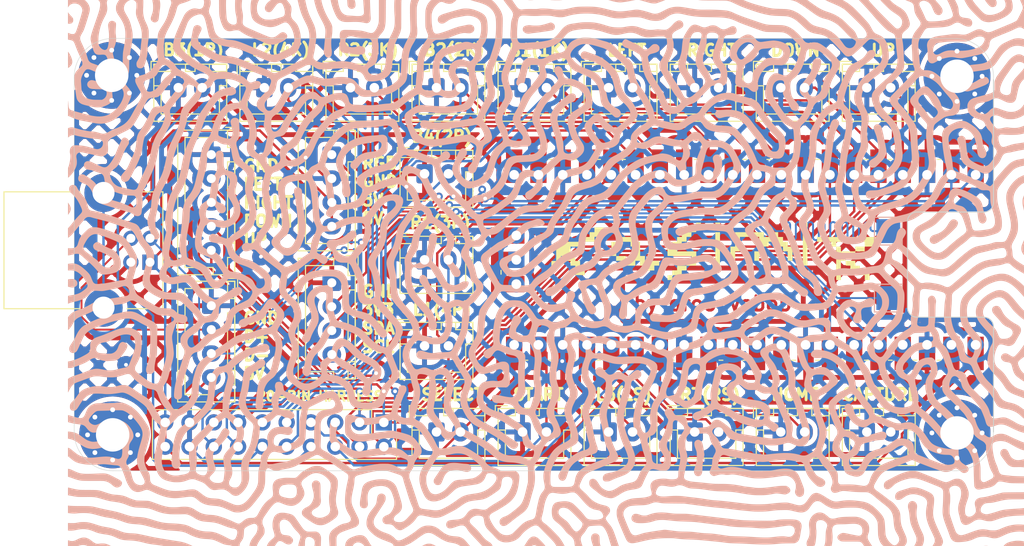
<source format=kicad_pcb>
(kicad_pcb (version 20221018) (generator pcbnew)
  (layers (0 "F.Cu" signal) (31 "B.Cu" signal) (34 "B.Paste" user) (35 "F.Paste" user) (36 "B.SilkS" user "B.Silkscreen") (37 "F.SilkS" user "F.Silkscreen") (38 "B.Mask" user) (39 "F.Mask" user) (44 "Edge.Cuts" user))
  (net 0 "")
  (net 1 "LEFT")
  (net 2 "GND")
  (net 3 "UP")
  (net 4 "DOWN")
  (net 5 "RIGHT")
  (net 6 "B3 (1P)")
  (net 7 "B1 (1K)")
  (net 8 "R1 (3P)")
  (net 9 "R2 (3K)")
  (net 10 "L1 (4P)")
  (net 11 "L2 (4K)")
  (net 12 "S1 (SELECT)")
  (net 13 "S2 (START)")
  (net 14 "B2 (2K)")
  (net 15 "B4 (2P)")
  (net 16 "(HOME) A1")
  (net 17 "(LS) L3")
  (net 18 "(RS) R3")
  (net 19 "TURBO")
  (net 20 "RGB LED")
  (net 21 "(CAPTURE{slash}TP) A2")
  (net 22 "TURBOLED")
  (net 23 "D-")
  (net 24 "D+")
  (net 27 "RS TOGGLE")
  (net 28 "LS TOGGLE")
  (net 30 "unconnected-(J4-Shield-Pad5)")
  (net 33 "5V")
  (net 37 "SDA")
  (net 38 "SCL")
  (net 39 "3V")
  (footprint "Connector_JST:JST_XH_B4B-XH-A_1x04_P2.50mm_Vertical" (layer "F.Cu") (at 126.8 124 -90)
    (fp_text reference "J6" hide)
    (fp_text value "Conn_01x04_Female")
  )
  (footprint "Connector_JST:JST_XH_B4B-XH-A_1x04_P2.50mm_Vertical" (layer "F.Cu") (at 126.8 137.4 -90)
    (fp_text reference "J3" hide)
    (fp_text value "Conn_01x04_Female")
  )
  (footprint "BeiBob:JST_XH_B2B-XH-A_1x02_P2.50mm_Verticalez" (layer "F.Cu") (at 155.75 117)
    (fp_text reference "LEFT1" hide)
    (fp_text value "SW_Push_45deg")
  )
  (footprint "MountingHole:MountingHole_3.5mm_Pad_Via" (layer "F.Cu") (at 103.883 153.304)
    (fp_text reference "H3" hide)
    (fp_text value "MountingHole")
  )
  (footprint "BeiBob:JST_XH_B2B-XH-A_1x02_P2.50mm_Verticalez" (layer "F.Cu") (at 136.5 126)
    (fp_text reference "B4(2P)1" hide)
    (fp_text value "SW_Push_45deg")
  )
  (footprint "Connector_JST:JST_XH_B4B-XH-A_1x04_P2.50mm_Vertical" (layer "F.Cu") (at 114.2 139.8 -90)
    (fp_text reference "J1" hide)
    (fp_text value "Conn_01x04_Female")
  )
  (footprint "Connector_USB:USB_B_Lumberg_2411_02_Horizontal" (layer "F.Cu") (at 107.7875 135.25 180)
    (fp_text reference "J4" hide)
    (fp_text value "USB_B")
  )
  (footprint "BeiBob:JST_XH_B2B-XH-A_1x02_P2.50mm_Verticalez" (layer "F.Cu") (at 173.75 153)
    (fp_text reference "(HOME)A1" hide)
    (fp_text value "SW_Push_45deg")
  )
  (footprint "BeiBob:JST_XH_B2B-XH-A_1x02_P2.50mm_Verticalez" (layer "F.Cu") (at 146.75 153)
    (fp_text reference "S2(START)1" hide)
    (fp_text value "SW_Push_45deg")
  )
  (footprint "BeiBob:JST_XH_B2B-XH-A_1x02_P2.50mm_Verticalez" (layer "F.Cu") (at 146.75 117)
    (fp_text reference "B1(1K)1" hide)
    (fp_text value "SW_Push_45deg")
  )
  (footprint "BeiBob:JST_XH_B2B-XH-A_1x02_P2.50mm_Verticalez" (layer "F.Cu") (at 155.75 153)
    (fp_text reference "(LS)L3" hide)
    (fp_text value "SW_Push_45deg")
  )
  (footprint "BeiBob:JST_XH_B2B-XH-A_1x02_P2.50mm_Verticalez" (layer "F.Cu") (at 119.75 117)
    (fp_text reference "L2(4K)1" hide)
    (fp_text value "SW_Push_45deg")
  )
  (footprint "BeiBob:JST_XH_B2B-XH-A_1x02_P2.50mm_Verticalez" (layer "F.Cu") (at 164.75 153)
    (fp_text reference "(RS)R3" hide)
    (fp_text value "SW_Push_45deg")
  )
  (footprint "BeiBob:JST_XH_B2B-XH-A_1x02_P2.50mm_Verticalez" (layer "F.Cu") (at 164.75 117)
    (fp_text reference "RIGHT1" hide)
    (fp_text value "SW_Push_45deg")
  )
  (footprint "MountingHole:MountingHole_3.5mm_Pad_Via" (layer "F.Cu") (at 192.183 115.804)
    (fp_text reference "H2" hide)
    (fp_text value "MountingHole")
  )
  (footprint "BeiBob:JST_XH_B2B-XH-A_1x02_P2.50mm_Verticalez" (layer "F.Cu") (at 137.75 153)
    (fp_text reference "S1(SELECT)1" hide)
    (fp_text value "SW_Push_45deg")
  )
  (footprint "BeiBob:JST_XH_B2B-XH-A_1x02_P2.50mm_Verticalez" (layer "F.Cu") (at 110.75 117)
    (fp_text reference "B3(1P)1" hide)
    (fp_text value "SW_Push_45deg")
  )
  (footprint "MountingHole:MountingHole_3.5mm_Pad_Via" (layer "F.Cu") (at 103.783 115.704)
    (fp_text reference "H1" hide)
    (fp_text value "MountingHole")
  )
  (footprint "LOGO" (layer "F.Cu") (at 166.935072 132.030362)
    (fp_text reference "G***" hide)
    (fp_text value "LOGO" hide)
  )
  (footprint "Connector_PinHeader_2.54mm:PinHeader_2x10_P2.54mm_Vertical" (layer "F.Cu") (at 132.24 152 -90)
    (fp_text reference "J2" hide)
    (fp_text value "Conn_02x10_Odd_Even")
  )
  (footprint "RP-Pico Libraries:RPi_Pico_SMD_TH" (layer "F.Cu") (at 170 135 -90)
    (fp_text reference "U1" hide)
    (fp_text value "Pico")
  )
  (footprint "BeiBob:JST_XH_B2B-XH-A_1x02_P2.50mm_Verticalez" (layer "F.Cu") (at 136.5 144)
    (fp_text reference "L1(4P)1" hide)
    (fp_text value "SW_Push_45deg")
  )
  (footprint "BeiBob:JST_XH_B2B-XH-A_1x02_P2.50mm_Verticalez" (layer "F.Cu") (at 136.5 135)
    (fp_text reference "R1(3P)1" hide)
    (fp_text value "SW_Push_45deg")
  )
  (footprint "BeiBob:JST_XH_B2B-XH-A_1x02_P2.50mm_Verticalez" (layer "F.Cu") (at 182.75 117)
    (fp_text reference "UP1" hide)
    (fp_text value "SW_Push_45deg")
  )
  (footprint "Connector_JST:JST_XH_B5B-XH-A_1x05_P2.50mm_Vertical" (layer "F.Cu") (at 114.2 124 -90)
    (fp_text reference "J5" hide)
    (fp_text value "Conn_01x05_Socket")
  )
  (footprint "BeiBob:JST_XH_B2B-XH-A_1x02_P2.50mm_Verticalez" (layer "F.Cu") (at 173.75 117)
    (fp_text reference "DOWN1" hide)
    (fp_text value "SW_Push_45deg")
  )
  (footprint "MountingHole:MountingHole_3.5mm_Pad_Via" (layer "F.Cu") (at 192.183 153.104)
    (fp_text reference "H4" hide)
    (fp_text value "MountingHole")
  )
  (footprint "BeiBob:JST_XH_B2B-XH-A_1x02_P2.50mm_Verticalez" (layer "F.Cu") (at 137.75 117)
    (fp_text reference "B2(2K)1" hide)
    (fp_text value "SW_Push_45deg")
  )
  (footprint "BeiBob:JST_XH_B2B-XH-A_1x02_P2.50mm_Verticalez" (layer "F.Cu") (at 128.75 117)
    (fp_text reference "R2(3K)1" hide)
    (fp_text value "SW_Push_45deg")
  )
  (footprint "BeiBob:JST_XH_B2B-XH-A_1x02_P2.50mm_Verticalez" (layer "F.Cu") (at 182.75 153)
    (fp_text reference "(CAPTURE)A2" hide)
    (fp_text value "SW_Push_45deg")
  )
  (footprint "TestPoint:TestPoint_Pad_2.5x2.5mm" (layer "B.Cu") (at 185 132 180)
    (fp_text reference "H5" hide)
    (fp_text value "MountingHole_Pad")
  )
  (footprint "TestPoint:TestPoint_Pad_2.5x2.5mm" (layer "B.Cu") (at 185 139 180)
    (fp_text reference "H6" hide)
    (fp_text value "MountingHole_Pad")
  )
  (footprint "LOGO" (layer "B.Cu") (at 149.21 136.4 180)
    (fp_text reference "G***" hide)
    (fp_text value "LOGO" hide)
  )
  (gr_arc (start 195 141) (mid 195.707107 141.292893) (end 196 142) (stroke (width 0.1)) (layer "Edge.Cuts"))
  (gr_arc (start 99.861 116.043) (mid 100.961515 113.132121) (end 103.798 111.852) (stroke (width 0.05)) (layer "Edge.Cuts"))
  (gr_line (start 191.936 157.064) (end 103.925 157.064) (stroke (width 0.05)) (layer "Edge.Cuts"))
  (gr_line (start 187 131) (end 187 140) (stroke (width 0.1)) (layer "Edge.Cuts"))
  (gr_line (start 196 116.17) (end 196 129) (stroke (width 0.1)) (layer "Edge.Cuts"))
  (gr_arc (start 196 153) (mid 194.809682 155.873682) (end 191.936 157.064) (stroke (width 0.05)) (layer "Edge.Cuts"))
  (gr_arc (start 188 141) (mid 187.292893 140.707107) (end 187 140) (stroke (width 0.1)) (layer "Edge.Cuts"))
  (gr_arc (start 103.925 157.064) (mid 101.051318 155.873682) (end 99.861 153) (stroke (width 0.05)) (layer "Edge.Cuts"))
  (gr_line (start 103.798 111.852) (end 192.19 111.852) (stroke (width 0.05)) (layer "Edge.Cuts"))
  (gr_arc (start 196 129) (mid 195.707107 129.707107) (end 195 130) (stroke (width 0.1)) (layer "Edge.Cuts"))
  (gr_line (start 99.861 153) (end 99.861 116.043) (stroke (width 0.05)) (layer "Edge.Cuts"))
  (gr_line (start 188 130) (end 195 130) (stroke (width 0.1)) (layer "Edge.Cuts"))
  (gr_line (start 196 142) (end 196 153) (stroke (width 0.1)) (layer "Edge.Cuts"))
  (gr_line (start 188 141) (end 195 141) (stroke (width 0.1)) (layer "Edge.Cuts"))
  (gr_arc (start 187 131) (mid 187.292893 130.292893) (end 188 130) (stroke (width 0.1)) (layer "Edge.Cuts"))
  (gr_arc (start 192.19 111.852) (mid 194.989287 113.221923) (end 196 116.17) (stroke (width 0.05)) (layer "Edge.Cuts"))
  (gr_text "by grooovebob" (at 158.18 140.46) (layer "F.Cu") (effects (font (size 1.5 1.5) (thickness 0.3) bold) (justify left bottom)))
  (gr_text "L2(4K)" (at 118.25 113.75) (layer "F.SilkS") (effects (font (size 1.2 1.2) (thickness 0.3) bold) (justify left bottom)))
  (gr_text "GND\nLEFT\nRIGHT\nDOWN\nUP" (at 117.4 133.6) (layer "F.SilkS") (effects (font (size 1.2 1.2) (thickness 0.3) bold) (justify left bottom)))
  (gr_text "SELECT" (at 136 149.8) (layer "F.SilkS") (effects (font (size 1.2 1.2) (thickness 0.3) bold) (justify left bottom)))
  (gr_text "B1(1K)" (at 145.15 113.8) (layer "F.SilkS") (effects (font (size 1.2 1.2) (thickness 0.3) bold) (justify left bottom)))
  (gr_text "RIGHT\n" (at 163.75 113.8) (layer "F.SilkS") (effects (font (size 1.2 1.2) (thickness 0.3) bold) (justify left bottom)))
  (gr_text "CAPTURE" (at 180 149.8) (layer "F.SilkS") (effects (font (size 1.2 1.2) (thickness 0.3) bold) (justify left bottom)))
  (gr_text "20-PIN HARNESS\n" (at 118.8 149.86) (layer "F.SilkS") (effects (font (size 1 1) (thickness 0.25) bold) (justify left bottom)))
  (gr_text "B3(1P)" (at 109 113.75) (layer "F.SilkS") (effects (font (size 1.2 1.2) (thickness 0.3) bold) (justify left bottom)))
  (gr_text "R2(3K)" (at 127.25 113.75) (layer "F.SilkS") (effects (font (size 1.2 1.2) (thickness 0.3) bold) (justify left bottom)))
  (gr_text "HOME" (at 172.6 149.8) (layer "F.SilkS") (effects (font (size 1.2 1.2) (thickness 0.3) bold) (justify left bottom)))
  (gr_text "RGB\nGND\n5V\n5V\n" (at 129.8 131.4) (layer "F.SilkS") (effects (font (size 1.2 1.2) (thickness 0.3) bold) (justify left bottom)))
  (gr_text "B2(2K)" (at 136.25 113.75) (layer "F.SilkS") (effects (font (size 1.2 1.2) (thickness 0.3) bold) (justify left bottom)))
  (gr_text "L1(4P)" (at 135.1 140.9) (layer "F.SilkS") (effects (font (size 1.2 1.2) (thickness 0.3) bold) (justify left bottom)))
  (gr_text "GND\nD+\nD-\n5V\n" (at 117.4 147.6) (layer "F.SilkS") (effects (font (size 1.2 1.2) (thickness 0.3) bold) (justify left bottom)))
  (gr_text "UP\n" (at 183.05 113.8) (layer "F.SilkS") (effects (font (size 1.2 1.2) (thickness 0.3) bold) (justify left bottom)))
  (gr_text "B4(2P)\n" (at 135 122.8) (layer "F.SilkS") (effects (font (size 1.2 1.2) (thickness 0.3) bold) (justify left bottom)))
  (gr_text "LEFT" (at 155.45 113.8) (layer "F.SilkS") (effects (font (size 1.2 1.2) (thickness 0.3) bold) (justify left bottom)))
  (gr_text "L3(LS)" (at 154.2 149.8) (layer "F.SilkS") (effects (font (size 1.2 1.2) (thickness 0.3) bold) (justify left bottom)))
  (gr_text "R1(3P)\n" (at 134.8 131.8) (layer "F.SilkS") (effects (font (size 1.2 1.2) (thickness 0.3) bold) (justify left bottom)))
  (gr_text "R3(RS)" (at 163 149.8) (layer "F.SilkS") (effects (font (size 1.2 1.2) (thickness 0.3) bold) (justify left bottom)))
  (gr_text "GND\n3V3\nSDA\nSCL\n" (at 129.8 144.8) (layer "F.SilkS") (effects (font (size 1.2 1.2) (thickness 0.3) bold) (justify left bottom)))
  (gr_text "START" (at 145.6 149.8) (layer "F.SilkS") (effects (font (size 1.2 1.2) (thickness 0.3) bold) (justify left bottom)))
  (gr_text "DOWN" (at 172.55 113.8) (layer "F.SilkS") (effects (font (size 1.2 1.2) (thickness 0.3) bold) (justify left bottom)))
  (segment (start 135.575812 149.925) (end 144.135812 141.365) (width 0.25) (layer "F.Cu") (net 1))
  (segment (start 178.89 121.296396) (end 176.368604 118.775) (width 0.25) (layer "F.Cu") (net 1))
  (segment (start 178.89 126.11) (end 178.89 121.296396) (width 0.25) (layer "F.Cu") (net 1))
  (segment (start 116.016902 129.030201) (end 114.2 127.213299) (width 0.25) (layer "F.Cu") (net 1))
  (segment (start 129.936523 149.925) (end 135.575812 149.925) (width 0.25) (layer "F.Cu") (net 1))
  (segment (start 131.1555 147.1255) (end 127.238799 147.1255) (width 0.25) (layer "F.Cu") (net 1))
  (segment (start 114.2 127.213299) (end 114.2 126.5) (width 0.25) (layer "F.Cu") (net 1))
  (segment (start 178.89 131.820812) (end 178.89 126.11) (width 0.25) (layer "F.Cu") (net 1))
  (segment (start 152.550812 133.62) (end 177.090812 133.62) (width 0.25) (layer "F.Cu") (net 1))
  (segment (start 176.368604 118.775) (end 160.025 118.775) (width 0.25) (layer "F.Cu") (net 1))
  (segment (start 128.525 151.336523) (end 129.936523 149.925) (width 0.25) (layer "F.Cu") (net 1))
  (segment (start 160.025 118.775) (end 158.25 117) (width 0.25) (layer "F.Cu") (net 1))
  (segment (start 128.525 153.365) (end 128.525 151.336523) (width 0.25) (layer "F.Cu") (net 1))
  (segment (start 127.238799 147.1255) (end 116.016902 135.903602) (width 0.25) (layer "F.Cu") (net 1))
  (segment (start 129.7 154.54) (end 128.525 153.365) (width 0.25) (layer "F.Cu") (net 1))
  (segment (start 177.090812 133.62) (end 178.89 131.820812) (width 0.25) (layer "F.Cu") (net 1))
  (segment (start 144.805812 141.365) (end 152.550812 133.62) (width 0.25) (layer "F.Cu") (net 1))
  (segment (start 144.135812 141.365) (end 144.805812 141.365) (width 0.25) (layer "F.Cu") (net 1))
  (segment (start 131.43 146.851) (end 131.1555 147.1255) (width 0.25) (layer "F.Cu") (net 1))
  (segment (start 116.016902 135.903602) (end 116.016902 129.030201) (width 0.25) (layer "F.Cu") (net 1))
  (via (at 131.43 146.851) (size 0.8) (drill 0.4) (layers "F.Cu" "B.Cu") (net 1))
  (segment (start 131.43 146.851) (end 130.875 147.406) (width 0.25) (layer "B.Cu") (net 1))
  (segment (start 130.875 153.365) (end 129.7 154.54) (width 0.25) (layer "B.Cu") (net 1))
  (segment (start 130.875 147.406) (end 130.875 153.365) (width 0.25) (layer "B.Cu") (net 1))
  (segment (start 126.26 126.5) (end 126.8 126.5) (width 0.25) (layer "F.Cu") (net 2))
  (segment (start 115.59 148.33) (end 116.6 148.33) (width 0.25) (layer "F.Cu") (net 2))
  (segment (start 111.92 152) (end 115.59 148.33) (width 0.25) (layer "F.Cu") (net 2))
  (segment (start 111.92 154.54) (end 111.92 152) (width 0.25) (layer "F.Cu") (net 2))
  (segment (start 124.07 124.31) (end 126.26 126.5) (width 0.25) (layer "F.Cu") (net 2))
  (via (at 119.39 134.67) (size 0.8) (drill 0.4) (layers "F.Cu" "B.Cu") (net 2))
  (via (at 150.9 145.6) (size 0.8) (drill 0.4) (layers "F.Cu" "B.Cu") (net 2))
  (via (at 116.6 148.33) (size 0.8) (drill 0.4) (layers "F.Cu" "B.Cu") (net 2))
  (via (at 110.89 134.61) (size 0.8) (drill 0.4) (layers "F.Cu" "B.Cu") (net 2))
  (via (at 134.6 127.35) (size 0.8) (drill 0.4) (layers "F.Cu" "B.Cu") (net 2))
  (via (at 105.28 145.98) (size 0.8) (drill 0.4) (layers "F.Cu" "B.Cu") (net 2))
  (via (at 124.07 124.31) (size 0.8) (drill 0.4) (layers "F.Cu" "B.Cu") (net 2))
  (segment (start 146.113604 117) (end 146.75 117) (width 0.25) (layer "B.Cu") (net 2))
  (segment (start 118 156.08) (end 113.46 156.08) (width 0.25) (layer "B.Cu") (net 2))
  (segment (start 113.46 156.08) (end 111.92 154.54) (width 0.25) (layer "B.Cu") (net 2))
  (segment (start 119.54 154.54) (end 118 156.08) (width 0.25) (layer "B.Cu") (net 2))
  (segment (start 114.2 135.359492) (end 114.2 134) (width 0.25) (layer "F.Cu") (net 3))
  (segment (start 186.51 118.26) (end 185.25 117) (width 0.25) (layer "F.Cu") (net 3))
  (segment (start 135.41 152) (end 144.695 142.715) (width 0.25) (layer "F.Cu") (net 3))
  (segment (start 186.51 126.11) (end 186.51 118.26) (width 0.25) (layer "F.Cu") (net 3))
  (segment (start 144.695 142.715) (end 145.365 142.715) (width 0.25) (layer "F.Cu") (net 3))
  (segment (start 177.65 134.97) (end 186.51 126.11) (width 0.25) (layer "F.Cu") (net 3))
  (segment (start 126.866007 148.0255) (end 114.2 135.359492) (width 0.25) (layer "F.Cu") (net 3))
  (segment (start 132.24 148.7505) (end 131.515 148.0255) (width 0.25) (layer "F.Cu") (net 3))
  (segment (start 132.24 152) (end 135.41 152) (width 0.25) (layer "F.Cu") (net 3))
  (segment (start 153.11 134.97) (end 177.65 134.97) (width 0.25) (layer "F.Cu") (net 3))
  (segment (start 145.365 142.715) (end 153.11 134.97) (width 0.25) (layer "F.Cu") (net 3))
  (segment (start 131.515 148.0255) (end 126.866007 148.0255) (width 0.25) (layer "F.Cu") (net 3))
  (via (at 132.24 148.7505) (size 0.8) (drill 0.4) (layers "F.Cu" "B.Cu") (net 3))
  (segment (start 132.24 152) (end 132.24 148.7505) (width 0.25) (layer "B.Cu") (net 3))
  (segment (start 127.052403 147.5755) (end 132.24 147.5755) (width 0.25) (layer "F.Cu") (net 4))
  (segment (start 131.065 150.825) (end 135.948604 150.825) (width 0.25) (layer "F.Cu") (net 4))
  (segment (start 115.566902 132.866902) (end 114.2 131.5) (width 0.25) (layer "F.Cu") (net 4))
  (segment (start 127.052403 147.5755) (end 125.358451 145.881549) (width 0.25) (layer "F.Cu") (net 4))
  (segment (start 115.566902 136.09) (end 115.566902 132.866902) (width 0.25) (layer "F.Cu") (net 4))
  (segment (start 125.358451 145.881549) (end 115.566902 136.09) (width 0.25) (layer "F.Cu") (net 4))
  (segment (start 183.97 128.013604) (end 183.97 126.11) (width 0.25) (layer "F.Cu") (net 4))
  (segment (start 152.923604 134.52) (end 177.463604 134.52) (width 0.25) (layer "F.Cu") (net 4))
  (segment (start 135.948604 150.825) (end 144.508604 142.265) (width 0.25) (layer "F.Cu") (net 4))
  (segment (start 176.25 117) (end 177.35 117) (width 0.25) (layer "F.Cu") (net 4))
  (segment (start 183.97 123.62) (end 183.97 126.11) (width 0.25) (layer "F.Cu") (net 4))
  (segment (start 133.415 148.7505) (end 132.24 147.5755) (width 0.25) (layer "F.Cu") (net 4))
  (segment (start 131.065 153.365) (end 131.065 150.825) (width 0.25) (layer "F.Cu") (net 4))
  (segment (start 177.35 117) (end 183.97 123.62) (width 0.25) (layer "F.Cu") (net 4))
  (segment (start 144.508604 142.265) (end 145.178604 142.265) (width 0.25) (layer "F.Cu") (net 4))
  (segment (start 132.24 154.54) (end 131.065 153.365) (width 0.25) (layer "F.Cu") (net 4))
  (segment (start 145.178604 142.265) (end 152.923604 134.52) (width 0.25) (layer "F.Cu") (net 4))
  (segment (start 177.463604 134.52) (end 183.97 128.013604) (width 0.25) (layer "F.Cu") (net 4))
  (via (at 133.415 148.7505) (size 0.8) (drill 0.4) (layers "F.Cu" "B.Cu") (net 4))
  (segment (start 133.415 153.365) (end 132.24 154.54) (width 0.25) (layer "B.Cu") (net 4))
  (segment (start 133.415 148.7505) (end 133.415 153.365) (width 0.25) (layer "B.Cu") (net 4))
  (segment (start 129.7 150.797919) (end 130.122919 150.375) (width 0.25) (layer "F.Cu") (net 5))
  (segment (start 112.9 134.695888) (end 112.9 130.3) (width 0.25) (layer "F.Cu") (net 5))
  (segment (start 130.122919 150.375) (end 135.762208 150.375) (width 0.25) (layer "F.Cu") (net 5))
  (segment (start 129.7 148.7505) (end 129.425 148.4755) (width 0.25) (layer "F.Cu") (net 5))
  (segment (start 144.992208 141.815) (end 152.737208 134.07) (width 0.25) (layer "F.Cu") (net 5))
  (segment (start 168.575 118.325) (end 176.555 118.325) (width 0.25) (layer "F.Cu") (net 5))
  (segment (start 135.762208 150.375) (end 144.322208 141.815) (width 0.25) (layer "F.Cu") (net 5))
  (segment (start 129.425 148.4755) (end 126.679611 148.4755) (width 0.25) (layer "F.Cu") (net 5))
  (segment (start 181.43 123.2) (end 181.43 126.11) (width 0.25) (layer "F.Cu") (net 5))
  (segment (start 129.7 152) (end 129.7 150.797919) (width 0.25) (layer "F.Cu") (net 5))
  (segment (start 176.555 118.325) (end 181.43 123.2) (width 0.25) (layer "F.Cu") (net 5))
  (segment (start 181.43 129.917208) (end 181.43 126.11) (width 0.25) (layer "F.Cu") (net 5))
  (segment (start 112.9 130.3) (end 114.2 129) (width 0.25) (layer "F.Cu") (net 5))
  (segment (start 126.679611 148.4755) (end 112.9 134.695888) (width 0.25) (layer "F.Cu") (net 5))
  (segment (start 152.737208 134.07) (end 177.277208 134.07) (width 0.25) (layer "F.Cu") (net 5))
  (segment (start 144.322208 141.815) (end 144.992208 141.815) (width 0.25) (layer "F.Cu") (net 5))
  (segment (start 167.25 117) (end 168.575 118.325) (width 0.25) (layer "F.Cu") (net 5))
  (segment (start 177.277208 134.07) (end 181.43 129.917208) (width 0.25) (layer "F.Cu") (net 5))
  (via (at 129.7 148.7505) (size 0.8) (drill 0.4) (layers "F.Cu" "B.Cu") (net 5))
  (segment (start 129.7 148.7505) (end 129.7 152) (width 0.25) (layer "B.Cu") (net 5))
  (segment (start 117.275 121.025) (end 113.25 117) (width 0.25) (layer "F.Cu") (net 6))
  (segment (start 161.11 124.5) (end 157.635 121.025) (width 0.25) (layer "F.Cu") (net 6))
  (segment (start 161.11 126.11) (end 161.11 124.5) (width 0.25) (layer "F.Cu") (net 6))
  (segment (start 157.635 121.025) (end 117.275 121.025) (width 0.25) (layer "F.Cu") (net 6))
  (segment (start 113.25 117.75) (end 108.11 122.89) (width 0.25) (layer "B.Cu") (net 6))
  (segment (start 122.63 156.53) (end 108.76 156.53) (width 0.25) (layer "B.Cu") (net 6))
  (segment (start 124.62 154.54) (end 122.63 156.53) (width 0.25) (layer "B.Cu") (net 6))
  (segment (start 108.76 156.53) (end 108.11 155.88) (width 0.25) (layer "B.Cu") (net 6))
  (segment (start 104.43 137.17) (end 104.43 131.28) (width 0.25) (layer "B.Cu") (net 6))
  (segment (start 113.25 117) (end 113.25 117.75) (width 0.25) (layer "B.Cu") (net 6))
  (segment (start 104.43 131.28) (end 108.11 127.6) (width 0.25) (layer "B.Cu") (net 6))
  (segment (start 108.11 140.85) (end 104.43 137.17) (width 0.25) (layer "B.Cu") (net 6))
  (segment (start 108.11 127.6) (end 108.11 122.89) (width 0.25) (layer "B.Cu") (net 6))
  (segment (start 108.11 155.88) (end 108.11 140.85) (width 0.25) (layer "B.Cu") (net 6))
  (segment (start 149.25 117) (end 151.475 119.225) (width 0.25) (layer "F.Cu") (net 7))
  (segment (start 173.81 124.5) (end 173.81 126.11) (width 0.25) (layer "F.Cu") (net 7))
  (segment (start 151.475 119.225) (end 168.535 119.225) (width 0.25) (layer "F.Cu") (net 7))
  (segment (start 168.535 119.225) (end 173.81 124.5) (width 0.25) (layer "F.Cu") (net 7))
  (segment (start 131.97 128.366828) (end 135.661827 124.675) (width 0.25) (layer "B.Cu") (net 7))
  (segment (start 118.2 150.8) (end 121.927208 150.8) (width 0.25) (layer "B.Cu") (net 7))
  (segment (start 142.325 124.675) (end 149.25 117.75) (width 0.25) (layer "B.Cu") (net 7))
  (segment (start 121.927208 150.8) (end 124.702208 148.025) (width 0.25) (layer "B.Cu") (net 7))
  (segment (start 127.957903 148.025) (end 131.97 144.012903) (width 0.25) (layer "B.Cu") (net 7))
  (segment (start 150 117) (end 142.325 124.675) (width 0.25) (layer "B.Cu") (net 7))
  (segment (start 149.25 117.75) (end 149.25 117) (width 0.25) (layer "B.Cu") (net 7))
  (segment (start 135.661827 124.675) (end 142.325 124.675) (width 0.25) (layer "B.Cu") (net 7))
  (segment (start 131.97 144.012903) (end 131.97 128.366828) (width 0.25) (layer "B.Cu") (net 7))
  (segment (start 124.702208 148.025) (end 127.957903 148.025) (width 0.25) (layer "B.Cu") (net 7))
  (segment (start 117 152) (end 118.2 150.8) (width 0.25) (layer "B.Cu") (net 7))
  (segment (start 156.03 126.11) (end 150.855 131.285) (width 0.25) (layer "F.Cu") (net 8))
  (segment (start 139 133.786396) (end 139 135) (width 0.25) (layer "F.Cu") (net 8))
  (segment (start 141.501396 131.285) (end 139 133.786396) (width 0.25) (layer "F.Cu") (net 8))
  (segment (start 150.855 131.285) (end 141.501396 131.285) (width 0.25) (layer "F.Cu") (net 8))
  (segment (start 139 139.27) (end 135.19 143.08) (width 0.25) (layer "B.Cu") (net 8))
  (segment (start 123.255 150.745) (end 123.255 153.365) (width 0.25) (layer "B.Cu") (net 8))
  (segment (start 135.19 143.08) (end 134.175696 143.08) (width 0.25) (layer "B.Cu") (net 8))
  (segment (start 134.175696 143.08) (end 128.330695 148.925) (width 0.25) (layer "B.Cu") (net 8))
  (segment (start 123.255 153.365) (end 122.08 154.54) (width 0.25) (layer "B.Cu") (net 8))
  (segment (start 125.075 148.925) (end 123.255 150.745) (width 0.25) (layer "B.Cu") (net 8))
  (segment (start 128.330695 148.925) (end 125.075 148.925) (width 0.25) (layer "B.Cu") (net 8))
  (segment (start 139 135) (end 139 139.27) (width 0.25) (layer "B.Cu") (net 8))
  (segment (start 134.025 120.125) (end 164.355 120.125) (width 0.25) (layer "F.Cu") (net 9))
  (segment (start 131.25 117) (end 131.25 117.35) (width 0.25) (layer "F.Cu") (net 9))
  (segment (start 164.355 120.125) (end 168.73 124.5) (width 0.25) (layer "F.Cu") (net 9))
  (segment (start 168.73 124.5) (end 168.73 126.11) (width 0.25) (layer "F.Cu") (net 9))
  (segment (start 131.25 117.35) (end 134.025 120.125) (width 0.25) (layer "F.Cu") (net 9))
  (segment (start 131.07 117.57) (end 131.25 117.39) (width 0.25) (layer "B.Cu") (net 9))
  (segment (start 124.329416 147.125) (end 127.585111 147.125) (width 0.25) (layer "B.Cu") (net 9))
  (segment (start 114.46 152) (end 116.56 149.9) (width 0.25) (layer "B.Cu") (net 9))
  (segment (start 131.25 117.39) (end 131.25 117) (width 0.25) (layer "B.Cu") (net 9))
  (segment (start 116.56 149.9) (end 121.554416 149.9) (width 0.25) (layer "B.Cu") (net 9))
  (segment (start 121.554416 149.9) (end 124.329416 147.125) (width 0.25) (layer "B.Cu") (net 9))
  (segment (start 131.07 143.640111) (end 131.07 117.57) (width 0.25) (layer "B.Cu") (net 9))
  (segment (start 127.585111 147.125) (end 131.07 143.640111) (width 0.25) (layer "B.Cu") (net 9))
  (segment (start 137.825 134.325) (end 137.825 142.825) (width 0.25) (layer "F.Cu") (net 10))
  (segment (start 139 144) (end 139 145.864416) (width 0.25) (layer "F.Cu") (net 10))
  (segment (start 141.315 130.835) (end 137.825 134.325) (width 0.25) (layer "F.Cu") (net 10))
  (segment (start 122.065 149.475) (end 119.54 152) (width 0.25) (layer "F.Cu") (net 10))
  (segment (start 153.49 128.013604) (end 150.668604 130.835) (width 0.25) (layer "F.Cu") (net 10))
  (segment (start 153.49 126.11) (end 153.49 128.013604) (width 0.25) (layer "F.Cu") (net 10))
  (segment (start 139 145.864416) (end 135.389416 149.475) (width 0.25) (layer "F.Cu") (net 10))
  (segment (start 150.668604 130.835) (end 141.315 130.835) (width 0.25) (layer "F.Cu") (net 10))
  (segment (start 137.825 142.825) (end 139 144) (width 0.25) (layer "F.Cu") (net 10))
  (segment (start 135.389416 149.475) (end 122.065 149.475) (width 0.25) (layer "F.Cu") (net 10))
  (segment (start 122.25 118.315) (end 124.51 120.575) (width 0.25) (layer "F.Cu") (net 11))
  (segment (start 164.168604 120.575) (end 166.19 122.596396) (width 0.25) (layer "F.Cu") (net 11))
  (segment (start 166.19 122.596396) (end 166.19 126.11) (width 0.25) (layer "F.Cu") (net 11))
  (segment (start 122.25 117) (end 122.25 118.315) (width 0.25) (layer "F.Cu") (net 11))
  (segment (start 124.51 120.575) (end 164.168604 120.575) (width 0.25) (layer "F.Cu") (net 11))
  (segment (start 124.988604 117) (end 122.25 117) (width 0.25) (layer "B.Cu") (net 11))
  (segment (start 130.62 143.453715) (end 130.62 122.631396) (width 0.25) (layer "B.Cu") (net 11))
  (segment (start 114.46 154.54) (end 113.285 153.365) (width 0.25) (layer "B.Cu") (net 11))
  (segment (start 115.348299 149.45) (end 121.36802 149.45) (width 0.25) (layer "B.Cu") (net 11))
  (segment (start 124.14302 146.675) (end 127.398715 146.675) (width 0.25) (layer "B.Cu") (net 11))
  (segment (start 113.285 153.365) (end 113.285 151.513299) (width 0.25) (layer "B.Cu") (net 11))
  (segment (start 130.62 122.631396) (end 124.988604 117) (width 0.25) (layer "B.Cu") (net 11))
  (segment (start 127.398715 146.675) (end 130.62 143.453715) (width 0.25) (layer "B.Cu") (net 11))
  (segment (start 121.36802 149.45) (end 124.14302 146.675) (width 0.25) (layer "B.Cu") (net 11))
  (segment (start 113.285 151.513299) (end 115.348299 149.45) (width 0.25) (layer "B.Cu") (net 11))
  (segment (start 137.45 155.8) (end 140.25 153) (width 0.25) (layer "F.Cu") (net 12))
  (segment (start 129.2983 155.8) (end 137.45 155.8) (width 0.25) (layer "F.Cu") (net 12))
  (segment (start 127.16 152) (end 127.16 152.878299) (width 0.25) (layer "F.Cu") (net 12))
  (segment (start 128.525 155.026701) (end 129.2983 155.8) (width 0.25) (layer "F.Cu") (net 12))
  (segment (start 145.88 147.26) (end 145.87 147.25) (width 0.25) (layer "F.Cu") (net 12))
  (segment (start 145.87 147.25) (end 145.87 143.89) (width 0.25) (layer "F.Cu") (net 12))
  (segment (start 128.525 154.243299) (end 128.525 155.026701) (width 0.25) (layer "F.Cu") (net 12))
  (segment (start 140.25 153) (end 145.87 147.38) (width 0.25) (layer "F.Cu") (net 12))
  (segment (start 127.16 152.878299) (end 128.525 154.243299) (width 0.25) (layer "F.Cu") (net 12))
  (segment (start 145.87 147.38) (end 145.87 143.89) (width 0.25) (layer "F.Cu") (net 12))
  (segment (start 149.25 144.73) (end 148.41 143.89) (width 0.25) (layer "F.Cu") (net 13))
  (segment (start 149.25 153) (end 149.25 144.73) (width 0.25) (layer "F.Cu") (net 13))
  (segment (start 127.965 153.365) (end 128.525 153.925) (width 0.25) (layer "B.Cu") (net 13))
  (segment (start 129.538299 156.04) (end 146.21 156.04) (width 0.25) (layer "B.Cu") (net 13))
  (segment (start 128.525 155.026701) (end 129.538299 156.04) (width 0.25) (layer "B.Cu") (net 13))
  (segment (start 125.985 153.365) (end 127.965 153.365) (width 0.25) (layer "B.Cu") (net 13))
  (segment (start 146.21 156.04) (end 149.25 153) (width 0.25) (layer "B.Cu") (net 13))
  (segment (start 124.62 152) (end 125.985 153.365) (width 0.25) (layer "B.Cu") (net 13))
  (segment (start 128.525 153.925) (end 128.525 155.026701) (width 0.25) (layer "B.Cu") (net 13))
  (segment (start 140.25 117) (end 142.925 119.675) (width 0.25) (layer "F.Cu") (net 14))
  (segment (start 166.445 119.675) (end 171.27 124.5) (width 0.25) (layer "F.Cu") (net 14))
  (segment (start 142.925 119.675) (end 166.445 119.675) (width 0.25) (layer "F.Cu") (net 14))
  (segment (start 171.27 124.5) (end 171.27 126.11) (width 0.25) (layer "F.Cu") (net 14))
  (segment (start 127.771507 147.575) (end 131.52 143.826507) (width 0.25) (layer "B.Cu") (net 14))
  (segment (start 124.515812 147.575) (end 127.771507 147.575) (width 0.25) (layer "B.Cu") (net 14))
  (segment (start 115.825 151.513299) (end 116.988299 150.35) (width 0.25) (layer "B.Cu") (net 14))
  (segment (start 117 154.54) (end 115.825 153.365) (width 0.25) (layer "B.Cu") (net 14))
  (segment (start 121.740812 150.35) (end 124.515812 147.575) (width 0.25) (layer "B.Cu") (net 14))
  (segment (start 140.25 119.450432) (end 140.25 117) (width 0.25) (layer "B.Cu") (net 14))
  (segment (start 131.52 143.826507) (end 131.52 128.180432) (width 0.25) (layer "B.Cu") (net 14))
  (segment (start 115.825 153.365) (end 115.825 151.513299) (width 0.25) (layer "B.Cu") (net 14))
  (segment (start 131.52 128.180432) (end 140.25 119.450432) (width 0.25) (layer "B.Cu") (net 14))
  (segment (start 116.988299 150.35) (end 121.740812 150.35) (width 0.25) (layer "B.Cu") (net 14))
  (segment (start 158.57 126.11) (end 158.57 124.5) (width 0.25) (layer "F.Cu") (net 15))
  (segment (start 143.525 121.475) (end 139 126) (width 0.25) (layer "F.Cu") (net 15))
  (segment (start 155.545 121.475) (end 143.525 121.475) (width 0.25) (layer "F.Cu") (net 15))
  (segment (start 158.57 124.5) (end 155.545 121.475) (width 0.25) (layer "F.Cu") (net 15))
  (segment (start 132.42 132.58) (end 139 126) (width 0.25) (layer "B.Cu") (net 15))
  (segment (start 124.888604 148.475) (end 128.144299 148.475) (width 0.25) (layer "B.Cu") (net 15))
  (segment (start 122.08 152) (end 122.08 151.283604) (width 0.25) (layer "B.Cu") (net 15))
  (segment (start 132.42 144.199299) (end 132.42 132.58) (width 0.25) (layer "B.Cu") (net 15))
  (segment (start 122.08 151.283604) (end 124.888604 148.475) (width 0.25) (layer "B.Cu") (net 15))
  (segment (start 128.144299 148.475) (end 132.42 144.199299) (width 0.25) (layer "B.Cu") (net 15))
  (segment (start 162.391396 151.225) (end 158.57 147.403604) (width 0.25) (layer "F.Cu") (net 16))
  (segment (start 158.57 147.403604) (end 158.57 143.89) (width 0.25) (layer "F.Cu") (net 16))
  (segment (start 176.25 153) (end 174.475 151.225) (width 0.25) (layer "F.Cu") (net 16))
  (segment (start 174.475 151.225) (end 162.391396 151.225) (width 0.25) (layer "F.Cu") (net 16))
  (segment (start 127.16 154.54) (end 129.11 156.49) (width 0.25) (layer "B.Cu") (net 16))
  (segment (start 147.5717 156.49) (end 158.57 145.491701) (width 0.25) (layer "B.Cu") (net 16))
  (segment (start 158.57 145.491701) (end 158.57 143.89) (width 0.25) (layer "B.Cu") (net 16))
  (segment (start 129.11 156.49) (end 147.5717 156.49) (width 0.25) (layer "B.Cu") (net 16))
  (segment (start 153.49 147.826827) (end 158.663173 153) (width 0.25) (layer "F.Cu") (net 17))
  (segment (start 153.49 143.89) (end 153.49 147.826827) (width 0.25) (layer "F.Cu") (net 17))
  (segment (start 162.205 151.675) (end 156.03 145.5) (width 0.25) (layer "F.Cu") (net 18))
  (segment (start 167.25 153) (end 165.925 151.675) (width 0.25) (layer "F.Cu") (net 18))
  (segment (start 165.925 151.675) (end 162.205 151.675) (width 0.25) (layer "F.Cu") (net 18))
  (segment (start 156.03 145.5) (end 156.03 143.89) (width 0.25) (layer "F.Cu") (net 18))
  (segment (start 136.851305 129.527299) (end 132.327299 129.527299) (width 0.25) (layer "F.Cu") (net 20))
  (segment (start 132.327299 129.527299) (end 126.8 124) (width 0.25) (layer "F.Cu") (net 20))
  (segment (start 138.005375 128.373229) (end 136.851305 129.527299) (width 0.25) (layer "F.Cu") (net 20))
  (via (at 138.005375 128.373229) (size 0.8) (drill 0.4) (layers "F.Cu" "B.Cu") (net 20))
  (segment (start 170.460406 131.016802) (end 139.813805 131.016802) (width 0.25) (layer "B.Cu") (net 20))
  (segment (start 178.89 139.446396) (end 170.460406 131.016802) (width 0.25) (layer "B.Cu") (net 20))
  (segment (start 178.89 143.89) (end 178.89 139.446396) (width 0.25) (layer "B.Cu") (net 20))
  (segment (start 138.005375 129.208372) (end 138.005375 128.373229) (width 0.25) (layer "B.Cu") (net 20))
  (segment (start 139.813805 131.016802) (end 138.005375 129.208372) (width 0.25) (layer "B.Cu") (net 20))
  (segment (start 182.688173 150.775) (end 162.577792 150.775) (width 0.25) (layer "F.Cu") (net 21))
  (segment (start 161.11 149.307208) (end 161.11 143.89) (width 0.25) (layer "F.Cu") (net 21))
  (segment (start 184.913173 153) (end 182.688173 150.775) (width 0.25) (layer "F.Cu") (net 21))
  (segment (start 185.25 153) (end 184.913173 153) (width 0.25) (layer "F.Cu") (net 21))
  (segment (start 162.577792 150.775) (end 161.11 149.307208) (width 0.25) (layer "F.Cu") (net 21))
  (segment (start 133.713151 130.352299) (end 137.193031 130.352299) (width 0.2) (layer "F.Cu") (net 23))
  (segment (start 128.1 133.99) (end 130.07545 133.99) (width 0.2) (layer "F.Cu") (net 23))
  (segment (start 138.051406 129.493924) (end 138.863874 129.493924) (width 0.2) (layer "F.Cu") (net 23))
  (segment (start 130.07545 133.99) (end 133.713151 130.352299) (width 0.2) (layer "F.Cu") (net 23))
  (segment (start 137.193031 130.352299) (end 138.051406 129.493924) (width 0.2) (layer "F.Cu") (net 23))
  (segment (start 138.863874 129.493924) (end 139.0897 129.268098) (width 0.2) (layer "F.Cu") (net 23))
  (via (at 128.1 133.99) (size 0.8) (drill 0.4) (layers "F.Cu" "B.Cu") (net 23))
  (via (at 139.0897 129.268098) (size 0.8) (drill 0.4) (layers "F.Cu" "B.Cu") (net 23))
  (segment (start 185 139) (end 179.68104 139) (width 0.2) (layer "B.Cu") (net 23))
  (segment (start 179.68104 139) (end 170.822842 130.141802) (width 0.2) (layer "B.Cu") (net 23))
  (segment (start 141.431752 130.141802) (end 140.56495 129.275) (width 0.2) (layer "B.Cu") (net 23))
  (segment (start 139.096602 129.275) (end 139.0897 129.268098) (width 0.2) (layer "B.Cu") (net 23))
  (segment (start 127.365686 133.99) (end 116.555686 144.8) (width 0.2) (layer "B.Cu") (net 23))
  (segment (start 170.822842 130.141802) (end 141.431752 130.141802) (width 0.2) (layer "B.Cu") (net 23))
  (segment (start 114.2 144.8) (end 112.925 143.525) (width 0.2) (layer "B.Cu") (net 23))
  (segment (start 140.56495 129.275) (end 139.096602 129.275) (width 0.2) (layer "B.Cu") (net 23))
  (segment (start 128.1 133.99) (end 127.365686 133.99) (width 0.2) (layer "B.Cu") (net 23))
  (segment (start 112.925 143.525) (end 112.925 137.8875) (width 0.2) (layer "B.Cu") (net 23))
  (segment (start 112.925 137.8875) (end 107.7875 132.75) (width 0.2) (layer "B.Cu") (net 23))
  (segment (start 116.555686 144.8) (end 114.2 144.8) (width 0.2) (layer "B.Cu") (net 23))
  (segment (start 137.88572 129.093924) (end 138.273924 129.093924) (width 0.2) (layer "F.Cu") (net 24))
  (segment (start 130.319764 133.18) (end 133.547465 129.952299) (width 0.2) (layer "F.Cu") (net 24))
  (segment (start 105.7875 132.75) (end 100.6275 137.91) (width 0.2) (layer "F.Cu") (net 24))
  (segment (start 138.388924 128.978924) (end 139.001251 128.366597) (width 0.2) (layer "F.Cu") (net 24))
  (segment (start 101.97 142.3) (end 114.2 142.3) (width 0.2) (layer "F.Cu") (net 24))
  (segment (start 133.547465 129.952299) (end 137.027345 129.952299) (width 0.2) (layer "F.Cu") (net 24))
  (segment (start 139.001251 128.366597) (end 139.521326 128.366597) (width 0.2) (layer "F.Cu") (net 24))
  (segment (start 138.273924 129.093924) (end 138.338924 129.028924) (width 0.2) (layer "F.Cu") (net 24))
  (segment (start 137.027345 129.952299) (end 137.88572 129.093924) (width 0.2) (layer "F.Cu") (net 24))
  (segment (start 129.8955 133.18) (end 130.319764 133.18) (width 0.2) (layer "F.Cu") (net 24))
  (segment (start 100.6275 137.91) (end 100.6275 140.9575) (width 0.2) (layer "F.Cu") (net 24))
  (segment (start 100.6275 140.9575) (end 101.97 142.3) (width 0.2) (layer "F.Cu") (net 24))
  (via (at 129.8955 133.18) (size 0.8) (drill 0.4) (layers "F.Cu" "B.Cu") (net 24))
  (via (at 139.521326 128.366597) (size 0.8) (drill 0.4) (layers "F.Cu" "B.Cu") (net 24))
  (segment (start 174.13 131.352614) (end 174.13 131.7) (width 0.2) (layer "B.Cu") (net 24))
  (segment (start 175.93 132.647362) (end 175.93 131.352614) (width 0.2) (layer "B.Cu") (net 24))
  (segment (start 127.63 133.16) (end 118.49 142.3) (width 0.2) (layer "B.Cu") (net 24))
  (segment (start 173.246726 132) (end 170.988528 129.741802) (width 0.2) (layer "B.Cu") (net 24))
  (segment (start 185 132) (end 183.43 132) (width 0.2) (layer "B.Cu") (net 24))
  (segment (start 174.73 132.647362) (end 174.73 131.352614) (width 0.2) (layer "B.Cu") (net 24))
  (segment (start 182.53 131.352638) (end 182.53 132.647362) (width 0.2) (layer "B.Cu") (net 24))
  (segment (start 140.653649 128.798013) (end 139.952742 128.798013) (width 0.2) (layer "B.Cu") (net 24))
  (segment (start 139.952742 128.798013) (end 139.521326 128.366597) (width 0.2) (layer "B.Cu") (net 24))
  (segment (start 129.8755 133.16) (end 127.63 133.16) (width 0.2) (layer "B.Cu") (net 24))
  (segment (start 180.13 131.352638) (end 180.13 132.647362) (width 0.2) (layer "B.Cu") (net 24))
  (segment (start 176.53 131.352614) (end 176.53 132.647362) (width 0.2) (layer "B.Cu") (net 24))
  (segment (start 181.93 132.647362) (end 181.93 131.352638) (width 0.2) (layer "B.Cu") (net 24))
  (segment (start 173.83 132) (end 173.246726 132) (width 0.2) (layer "B.Cu") (net 24))
  (segment (start 141.597438 129.741802) (end 140.653649 128.798013) (width 0.2) (layer "B.Cu") (net 24))
  (segment (start 179.53 132.647362) (end 179.53 131.352614) (width 0.2) (layer "B.Cu") (net 24))
  (segment (start 177.13 132.647362) (end 177.13 131.352614) (width 0.2) (layer "B.Cu") (net 24))
  (segment (start 183.13 131.7) (end 183.13 131.352638) (width 0.2) (layer "B.Cu") (net 24))
  (segment (start 178.33 132.647362) (end 178.33 131.352614) (width 0.2) (layer "B.Cu") (net 24))
  (segment (start 118.49 142.3) (end 114.2 142.3) (width 0.2) (layer "B.Cu") (net 24))
  (segment (start 175.33 131.352614) (end 175.33 132.647362) (width 0.2) (layer "B.Cu") (net 24))
  (segment (start 129.8955 133.18) (end 129.8755 133.16) (width 0.2) (layer "B.Cu") (net 24))
  (segment (start 170.988528 129.741802) (end 141.597438 129.741802) (width 0.2) (layer "B.Cu") (net 24))
  (segment (start 178.93 131.352614) (end 178.93 132.647362) (width 0.2) (layer "B.Cu") (net 24))
  (segment (start 177.73 131.352614) (end 177.73 132.647362) (width 0.2) (layer "B.Cu") (net 24))
  (segment (start 180.73 132.647362) (end 180.73 131.352638) (width 0.2) (layer "B.Cu") (net 24))
  (segment (start 181.33 131.352638) (end 181.33 132.647362) (width 0.2) (layer "B.Cu") (net 24))
  (arc (start 181.33 132.647362) (mid 181.242132 132.859494) (end 181.03 132.947362) (width 0.2) (layer "B.Cu") (net 24))
  (arc (start 183.43 132) (mid 183.217868 131.912132) (end 183.13 131.7) (width 0.2) (layer "B.Cu") (net 24))
  (arc (start 179.53 131.352614) (mid 179.442132 131.140482) (end 179.23 131.052614) (width 0.2) (layer "B.Cu") (net 24))
  (arc (start 181.63 131.052638) (mid 181.417868 131.140506) (end 181.33 131.352638) (width 0.2) (layer "B.Cu") (net 24))
  (arc (start 181.93 131.352638) (mid 181.842132 131.140506) (end 181.63 131.052638) (width 0.2) (layer "B.Cu") (net 24))
  (arc (start 175.33 132.647362) (mid 175.242132 132.859494) (end 175.03 132.947362) (width 0.2) (layer "B.Cu") (net 24))
  (arc (start 176.83 131.052614) (mid 176.617868 131.140482) (end 176.53 131.352614) (width 0.2) (layer "B.Cu") (net 24))
  (arc (start 182.23 132.947362) (mid 182.017868 132.859494) (end 181.93 132.647362) (width 0.2) (layer "B.Cu") (net 24))
  (arc (start 175.03 132.947362) (mid 174.817868 132.859494) (end 174.73 132.647362) (width 0.2) (layer "B.Cu") (net 24))
  (arc (start 174.13 131.7) (mid 174.042132 131.912132) (end 173.83 132) (width 0.2) (layer "B.Cu") (net 24))
  (arc (start 177.13 131.352614) (mid 177.042132 131.140482) (end 176.83 131.052614) (width 0.2) (layer "B.Cu") (net 24))
  (arc (start 181.03 132.947362) (mid 180.817868 132.859494) (end 180.73 132.647362) (width 0.2) (layer "B.Cu") (net 24))
  (arc (start 176.53 132.647362) (mid 176.442132 132.859494) (end 176.23 132.947362) (width 0.2) (layer "B.Cu") (net 24))
  (arc (start 174.43 131.052614) (mid 174.217868 131.140482) (end 174.13 131.352614) (width 0.2) (layer "B.Cu") (net 24))
  (arc (start 183.13 131.352638) (mid 183.042132 131.140506) (end 182.83 131.052638) (width 0.2) (layer "B.Cu") (net 24))
  (arc (start 182.53 132.647362) (mid 182.442132 132.859494) (end 182.23 132.947362) (width 0.2) (layer "B.Cu") (net 24))
  (arc (start 180.43 131.052638) (mid 180.217868 131.140506) (end 180.13 131.352638) (width 0.2) (layer "B.Cu") (net 24))
  (arc (start 180.73 131.352638) (mid 180.642132 131.140506) (end 180.43 131.052638) (width 0.2) (layer "B.Cu") (net 24))
  (arc (start 178.33 131.352614) (mid 178.242132 131.140482) (end 178.03 131.052614) (width 0.2) (layer "B.Cu") (net 24))
  (arc (start 179.83 132.947362) (mid 179.617868 132.859494) (end 179.53 132.647362) (width 0.2) (layer "B.Cu") (net 24))
  (arc (start 175.63 131.052614) (mid 175.417868 131.140482) (end 175.33 131.352614) (width 0.2) (layer "B.Cu") (net 24))
  (arc (start 177.73 132.647362) (mid 177.642132 132.859494) (end 177.43 132.947362) (width 0.2) (layer "B.Cu") (net 24))
  (arc (start 178.63 132.947362) (mid 178.417868 132.859494) (end 178.33 132.647362) (width 0.2) (layer "B.Cu") (net 24))
  (arc (start 175.93 131.352614) (mid 175.842132 131.140482) (end 175.63 131.052614) (width 0.2) (layer "B.Cu") (net 24))
  (arc (start 180.13 132.647362) (mid 180.042132 132.859494) (end 179.83 132.947362) (width 0.2) (layer "B.Cu") (net 24))
  (arc (start 178.03 131.052614) (mid 177.817868 131.140482) (end 177.73 131.352614) (width 0.2) (layer "B.Cu") (net 24))
  (arc (start 176.23 132.947362) (mid 176.017868 132.859494) (end 175.93 132.647362) (width 0.2) (layer "B.Cu") (net 24))
  (arc (start 179.23 131.052614) (mid 179.017868 131.140482) (end 178.93 131.352614) (width 0.2) (layer "B.Cu") (net 24))
  (arc (start 177.43 132.947362) (mid 177.217868 132.859494) (end 177.13 132.647362) (width 0.2) (layer "B.Cu") (net 24))
  (arc (start 174.73 131.352614) (mid 174.642132 131.140482) (end 174.43 131.052614) (width 0.2) (layer "B.Cu") (net 24))
  (arc (start 182.83 131.052638) (mid 182.617868 131.140506) (end 182.53 131.352638) (width 0.2) (layer "B.Cu") (net 24))
  (arc (start 178.93 132.647362) (mid 178.842132 132.859494) (end 178.63 132.947362) (width 0.2) (layer "B.Cu") (net 24))
  (segment (start 102.9275 140) (end 102.9275 128) (width 0.25) (layer "B.Cu") (net 30))
  (segment (start 110.245 121.475) (end 108.97 122.75) (width 0.25) (layer "F.Cu") (net 33))
  (segment (start 109.38 152) (end 114.08 147.3) (width 0.25) (layer "F.Cu") (net 33))
  (segment (start 186.425 153.636701) (end 186.425 153.205) (width 0.25) (layer "F.Cu") (net 33))
  (segment (start 119.275 121.475) (end 110.245 121.475) (width 0.25) (layer "F.Cu") (net 33))
  (segment (start 183.811702 156.25) (end 186.425 153.636701) (width 0.25) (layer "F.Cu") (net 33))
  (segment (start 108.97 134.0675) (end 107.7875 135.25) (width 0.25) (layer "F.Cu") (net 33))
  (segment (start 111.09 156.25) (end 183.811702 156.25) (width 0.25) (layer "F.Cu") (net 33))
  (segment (start 108.97 122.75) (end 108.97 134.0675) (width 0.25) (layer "F.Cu") (net 33))
  (segment (start 194.13 145.5) (end 194.13 143.89) (width 0.25) (layer "F.Cu") (net 33))
  (segment (start 186.425 153.205) (end 194.13 145.5) (width 0.25) (layer "F.Cu") (net 33))
  (segment (start 114.08 147.3) (end 114.2 147.3) (width 0.25) (layer "F.Cu") (net 33))
  (segment (start 126.8 129) (end 119.275 121.475) (width 0.25) (layer "F.Cu") (net 33))
  (segment (start 109.38 154.54) (end 111.09 156.25) (width 0.25) (layer "F.Cu") (net 33))
  (segment (start 109.38 154.54) (end 109.38 152) (width 0.25) (layer "F.Cu") (net 33))
  (segment (start 194.13 145.455) (end 194.13 143.89) (width 0.25) (layer "F.Cu") (net 33))
  (segment (start 126.8 129) (end 126.8 131.5) (width 0.25) (layer "F.Cu") (net 33))
  (segment (start 109.38 136.8425) (end 107.7875 135.25) (width 0.25) (layer "B.Cu") (net 33))
  (segment (start 109.38 152) (end 109.38 136.8425) (width 0.25) (layer "B.Cu") (net 33))
  (segment (start 130.863246 134.439641) (end 134.075588 131.227299) (width 0.25) (layer "F.Cu") (net 37))
  (segment (start 140.096406 130.6995) (end 142.097953 128.697953) (width 0.25) (layer "F.Cu") (net 37))
  (segment (start 126.8 141.900431) (end 130.863246 137.837186) (width 0.25) (layer "F.Cu") (net 37))
  (segment (start 142.097953 128.697953) (end 142.097953 128.309044) (width 0.25) (layer "F.Cu") (net 37))
  (segment (start 126.8 142.4) (end 126.8 141.900431) (width 0.25) (layer "F.Cu") (net 37))
  (segment (start 142.527773 127.879224) (end 142.527773 127.642818) (width 0.25) (layer "F.Cu") (net 37))
  (segment (start 138.083267 130.6995) (end 140.096406 130.6995) (width 0.25) (layer "F.Cu") (net 37))
  (segment (start 130.863246 137.837186) (end 130.863246 134.439641) (width 0.25) (layer "F.Cu") (net 37))
  (segment (start 142.097953 128.309044) (end 142.527773 127.879224) (width 0.25) (layer "F.Cu") (net 37))
  (segment (start 137.555468 131.227299) (end 138.083267 130.6995) (width 0.25) (layer "F.Cu") (net 37))
  (segment (start 134.075588 131.227299) (end 137.555468 131.227299) (width 0.25) (layer "F.Cu") (net 37))
  (via (at 142.527773 127.642818) (size 0.8) (drill 0.4) (layers "F.Cu" "B.Cu") (net 37))
  (segment (start 142.539695 127.867302) (end 142.115 128.291997) (width 0.25) (layer "B.Cu") (net 37))
  (segment (start 142.527773 127.642818) (end 142.752257 127.867302) (width 0.25) (layer "B.Cu") (net 37))
  (segment (start 142.115 128.291997) (end 142.115 128.892607) (width 0.25) (layer "B.Cu") (net 37))
  (segment (start 142.539195 129.316802) (end 190.923198 129.316802) (width 0.25) (layer "B.Cu") (net 37))
  (segment (start 142.752257 127.867302) (end 142.539695 127.867302) (width 0.25) (layer "B.Cu") (net 37))
  (segment (start 142.115 128.892607) (end 142.539195 129.316802) (width 0.25) (layer "B.Cu") (net 37))
  (segment (start 190.923198 129.316802) (end 194.13 126.11) (width 0.25) (layer "B.Cu") (net 37))
  (segment (start 137.741864 131.677299) (end 138.269663 131.1495) (width 0.25) (layer "F.Cu") (net 38))
  (segment (start 126.8 144.9) (end 128.178414 143.521586) (width 0.25) (layer "F.Cu") (net 38))
  (segment (start 131.313246 138.023582) (end 131.313246 134.626037) (width 0.25) (layer "F.Cu") (net 38))
  (segment (start 128.178414 141.158413) (end 131.313246 138.023582) (width 0.25) (layer "F.Cu") (net 38))
  (segment (start 138.269663 131.1495) (end 140.282802 131.1495) (width 0.25) (layer "F.Cu") (net 38))
  (segment (start 131.313246 134.626037) (end 134.261984 131.677299) (width 0.25) (layer "F.Cu") (net 38))
  (segment (start 134.261984 131.677299) (end 137.741864 131.677299) (width 0.25) (layer "F.Cu") (net 38))
  (segment (start 128.178414 143.521586) (end 128.178414 141.158413) (width 0.25) (layer "F.Cu") (net 38))
  (segment (start 140.282802 131.1495) (end 142.84 128.592302) (width 0.25) (layer "F.Cu") (net 38))
  (via (at 142.84 128.592302) (size 0.8) (drill 0.4) (layers "F.Cu" "B.Cu") (net 38))
  (segment (start 190.736802 128.866802) (end 191.59 128.013604) (width 0.25) (layer "B.Cu") (net 38))
  (segment (start 144.017608 128.592302) (end 144.292108 128.866802) (width 0.25) (layer "B.Cu") (net 38))
  (segment (start 142.84 128.592302) (end 144.017608 128.592302) (width 0.25) (layer "B.Cu") (net 38))
  (segment (start 191.59 128.013604) (end 191.59 126.11) (width 0.25) (layer "B.Cu") (net 38))
  (segment (start 144.292108 128.866802) (end 190.736802 128.866802) (width 0.25) (layer "B.Cu") (net 38))
  (segment (start 133.889192 130.777299) (end 137.369072 130.777299) (width 0.25) (layer "F.Cu") (net 39))
  (segment (start 137.369072 130.777299) (end 138.113185 130.033185) (width 0.25) (layer "F.Cu") (net 39))
  (segment (start 139.738123 130.033185) (end 139.796808 129.9745) (width 0.25) (layer "F.Cu") (net 39))
  (segment (start 130.413246 136.286754) (end 130.413246 134.253245) (width 0.25) (layer "F.Cu") (net 39))
  (segment (start 126.8 139.9) (end 130.413246 136.286754) (width 0.25) (layer "F.Cu") (net 39))
  (segment (start 130.413246 134.253245) (end 133.889192 130.777299) (width 0.25) (layer "F.Cu") (net 39))
  (segment (start 138.113185 130.033185) (end 139.738123 130.033185) (width 0.25) (layer "F.Cu") (net 39))
  (via (at 139.796808 129.9745) (size 0.8) (drill 0.4) (layers "F.Cu" "B.Cu") (net 39))
  (segment (start 140.873198 130.566802) (end 170.646802 130.566802) (width 0.25) (layer "B.Cu") (net 39))
  (segment (start 140.280896 129.9745) (end 140.873198 130.566802) (width 0.25) (layer "B.Cu") (net 39))
  (segment (start 139.796808 129.9745) (end 140.280896 129.9745) (width 0.25) (layer "B.Cu") (net 39))
  (segment (start 170.646802 130.566802) (end 183.97 143.89) (width 0.25) (layer "B.Cu") (net 39))
  (zone (net 2) (net_name "GND") (layers "F&B.Cu") (connect_pads (clearance 0.508)) (min_thickness 0.25) (fill yes (mode hatch) (thermal_gap 1) (thermal_bridge_width 0.5) (hatch_thickness 0.508) (hatch_gap 1.5) (hatch_orientation 45) (hatch_smoothing_level 1) (hatch_smoothing_value 0.2) (hatch_border_algorithm hatch_thickness) (hatch_min_hole_area 0.3))
    (polygon (pts (xy 98.51 109.95) (xy 198.86 109.95) (xy 198.86 156.95) (xy 197.83 157.98) (xy 96.98 157.98) (xy 96.98 111.48)))
  )
)
</source>
